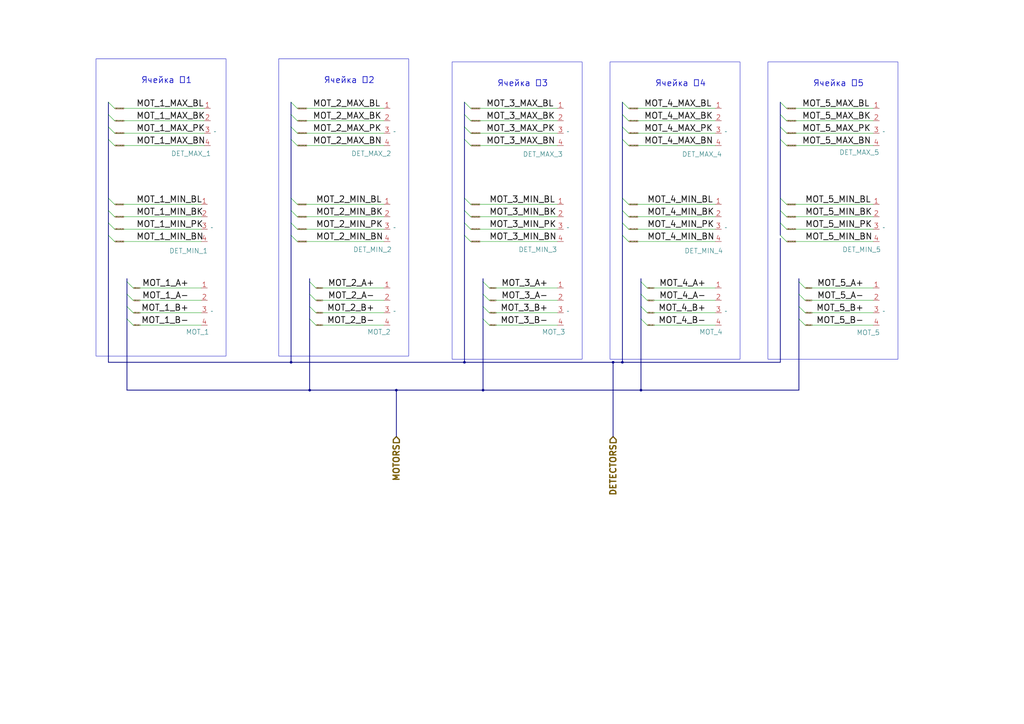
<source format=kicad_sch>
(kicad_sch (version 20250114) (generator "eeschema") (generator_version "9.0")
  (paper "A3")
  (lib_symbols
    (symbol "Connector:Conn_01x04_(wide)"
      (property "Reference" "J" (at 0 0 0))
      (symbol "Conn_01x04_(wide)_1_1"
        (pin input line (at -2.54 -5.08 0) (length 2.54) (name "") (number "1"))
        (pin input line (at -2.54 -10.16 0) (length 2.54) (name "") (number "2"))
        (pin input line (at -2.54 -15.24 0) (length 2.54) (name "") (number "3"))
        (pin input line (at -2.54 -20.32 0) (length 2.54) (name "") (number "4"))
      )
    )
  )
  (rectangle (start 114.3 24.13) (end 167.64 146.05))
  (rectangle (start 250.19 25.4) (end 303.53 147.32))
  (rectangle (start 185.42 25.4) (end 238.76 147.32))
  (rectangle (start 39.37 24.13) (end 92.71 146.05))
  (rectangle (start 314.96 25.4) (end 368.3 147.32))
  (text "Ячейка №5" (at 343.916 34.29 0) (effects (font (size 2.5 2.5) (thickness 0.254) (bold yes))))
  (text "Ячейка №3" (at 214.376 34.29 0) (effects (font (size 2.5 2.5) (thickness 0.254) (bold yes))))
  (text "Ячейка №2" (at 143.256 33.02 0) (effects (font (size 2.5 2.5) (thickness 0.254) (bold yes))))
  (text "Ячейка №4" (at 279.146 34.29 0) (effects (font (size 2.5 2.5) (thickness 0.254) (bold yes))))
  (text "Ячейка №1" (at 68.326 33.02 0) (effects (font (size 2.5 2.5) (thickness 0.254) (bold yes))))
  (junction (at 190.5 148.59))
  (junction (at 262.89 160.02))
  (junction (at 251.46 148.59))
  (junction (at 119.38 148.59))
  (junction (at 198.12 160.02))
  (junction (at 127 160.02))
  (junction (at 255.27 148.59))
  (junction (at 162.56 160.02))
  (bus_entry (at 262.89 125.73) (size 2.54 2.54))
  (bus_entry (at 44.45 57.15) (size 2.54 2.54))
  (bus_entry (at 52.07 115.57) (size 2.54 2.54))
  (bus_entry (at 198.12 120.65) (size 2.54 2.54))
  (bus_entry (at 127 130.81) (size 2.54 2.54))
  (bus_entry (at 262.89 120.65) (size 2.54 2.54))
  (bus_entry (at 119.38 57.15) (size 2.54 2.54))
  (bus_entry (at 190.5 81.28) (size 2.54 2.54))
  (bus_entry (at 320.04 96.52) (size 2.54 2.54))
  (bus_entry (at 190.5 91.44) (size 2.54 2.54))
  (bus_entry (at 119.38 52.07) (size 2.54 2.54))
  (bus_entry (at 255.27 52.07) (size 2.54 2.54))
  (bus_entry (at 255.27 96.52) (size 2.54 2.54))
  (bus_entry (at 320.04 86.36) (size 2.54 2.54))
  (bus_entry (at 198.12 130.81) (size 2.54 2.54))
  (bus_entry (at 320.04 57.15) (size 2.54 2.54))
  (bus_entry (at 190.5 52.07) (size 2.54 2.54))
  (bus_entry (at 119.38 41.91) (size 2.54 2.54))
  (bus_entry (at 44.45 86.36) (size 2.54 2.54))
  (bus_entry (at 327.66 115.57) (size 2.54 2.54))
  (bus_entry (at 327.66 125.73) (size 2.54 2.54))
  (bus_entry (at 127 120.65) (size 2.54 2.54))
  (bus_entry (at 119.38 91.44) (size 2.54 2.54))
  (bus_entry (at 127 115.57) (size 2.54 2.54))
  (bus_entry (at 44.45 41.91) (size 2.54 2.54))
  (bus_entry (at 119.38 96.52) (size 2.54 2.54))
  (bus_entry (at 255.27 41.91) (size 2.54 2.54))
  (bus_entry (at 255.27 81.28) (size 2.54 2.54))
  (bus_entry (at 44.45 46.99) (size 2.54 2.54))
  (bus_entry (at 44.45 81.28) (size 2.54 2.54))
  (bus_entry (at 255.27 57.15) (size 2.54 2.54))
  (bus_entry (at 327.66 120.65) (size 2.54 2.54))
  (bus_entry (at 327.66 130.81) (size 2.54 2.54))
  (bus_entry (at 320.04 46.99) (size 2.54 2.54))
  (bus_entry (at 190.5 96.52) (size 2.54 2.54))
  (bus_entry (at 52.07 125.73) (size 2.54 2.54))
  (bus_entry (at 255.27 91.44) (size 2.54 2.54))
  (bus_entry (at 255.27 86.36) (size 2.54 2.54))
  (bus_entry (at 320.04 91.44) (size 2.54 2.54))
  (bus_entry (at 262.89 130.81) (size 2.54 2.54))
  (bus_entry (at 119.38 46.99) (size 2.54 2.54))
  (bus_entry (at 198.12 115.57) (size 2.54 2.54))
  (bus_entry (at 190.5 46.99) (size 2.54 2.54))
  (bus_entry (at 190.5 41.91) (size 2.54 2.54))
  (bus_entry (at 44.45 91.44) (size 2.54 2.54))
  (bus_entry (at 320.04 81.28) (size 2.54 2.54))
  (bus_entry (at 320.04 52.07) (size 2.54 2.54))
  (bus_entry (at 52.07 120.65) (size 2.54 2.54))
  (bus_entry (at 255.27 46.99) (size 2.54 2.54))
  (bus_entry (at 262.89 115.57) (size 2.54 2.54))
  (bus_entry (at 320.04 41.91) (size 2.54 2.54))
  (bus_entry (at 190.5 86.36) (size 2.54 2.54))
  (bus_entry (at 127 125.73) (size 2.54 2.54))
  (bus_entry (at 198.12 125.73) (size 2.54 2.54))
  (bus_entry (at 190.5 57.15) (size 2.54 2.54))
  (bus_entry (at 119.38 86.36) (size 2.54 2.54))
  (bus_entry (at 44.45 96.52) (size 2.54 2.54))
  (bus_entry (at 44.45 52.07) (size 2.54 2.54))
  (bus_entry (at 119.38 81.28) (size 2.54 2.54))
  (bus_entry (at 52.07 130.81) (size 2.54 2.54))
  (wire (pts (xy 121.92 99.06) (xy 157.48 99.06)))
  (bus (pts (xy 44.45 57.15) (xy 44.45 81.28)))
  (wire (pts (xy 46.99 99.06) (xy 82.55 99.06)))
  (wire (pts (xy 330.2 128.27) (xy 358.14 128.27)))
  (wire (pts (xy 322.58 83.82) (xy 358.14 83.82)))
  (wire (pts (xy 121.92 44.45) (xy 157.48 44.45)))
  (bus (pts (xy 190.5 86.36) (xy 190.5 91.44)))
  (bus (pts (xy 52.07 120.65) (xy 52.07 125.73)))
  (bus (pts (xy 119.38 86.36) (xy 119.38 91.44)))
  (bus (pts (xy 44.45 148.59) (xy 119.38 148.59)))
  (wire (pts (xy 257.81 88.9) (xy 293.37 88.9)))
  (bus (pts (xy 119.38 46.99) (xy 119.38 52.07)))
  (bus (pts (xy 255.27 52.07) (xy 255.27 57.15)))
  (bus (pts (xy 127 130.81) (xy 127 160.02)))
  (wire (pts (xy 129.54 123.19) (xy 157.48 123.19)))
  (bus (pts (xy 127 120.65) (xy 127 125.73)))
  (wire (pts (xy 265.43 118.11) (xy 293.37 118.11)))
  (bus (pts (xy 262.89 160.02) (xy 198.12 160.02)))
  (wire (pts (xy 257.81 44.45) (xy 293.37 44.45)))
  (bus (pts (xy 327.66 115.57) (xy 327.66 120.65)))
  (bus (pts (xy 44.45 46.99) (xy 44.45 52.07)))
  (wire (pts (xy 322.58 44.45) (xy 358.14 44.45)))
  (bus (pts (xy 327.66 114.3) (xy 327.66 115.57)))
  (bus (pts (xy 320.04 86.36) (xy 320.04 91.44)))
  (wire (pts (xy 322.58 93.98) (xy 358.14 93.98)))
  (bus (pts (xy 198.12 160.02) (xy 162.56 160.02)))
  (bus (pts (xy 119.38 148.59) (xy 190.5 148.59)))
  (wire (pts (xy 54.61 133.35) (xy 82.55 133.35)))
  (wire (pts (xy 330.2 118.11) (xy 358.14 118.11)))
  (bus (pts (xy 255.27 41.91) (xy 255.27 46.99)))
  (wire (pts (xy 322.58 88.9) (xy 358.14 88.9)))
  (wire (pts (xy 121.92 83.82) (xy 157.48 83.82)))
  (wire (pts (xy 322.58 99.06) (xy 358.14 99.06)))
  (bus (pts (xy 119.38 57.15) (xy 119.38 81.28)))
  (bus (pts (xy 190.5 148.59) (xy 251.46 148.59)))
  (bus (pts (xy 127 114.3) (xy 127 115.57)))
  (bus (pts (xy 190.5 91.44) (xy 190.5 96.52)))
  (bus (pts (xy 44.45 41.91) (xy 44.45 46.99)))
  (bus (pts (xy 119.38 81.28) (xy 119.38 86.36)))
  (bus (pts (xy 255.27 91.44) (xy 255.27 96.52)))
  (bus (pts (xy 198.12 115.57) (xy 198.12 120.65)))
  (wire (pts (xy 200.66 123.19) (xy 228.6 123.19)))
  (wire (pts (xy 54.61 123.19) (xy 82.55 123.19)))
  (bus (pts (xy 190.5 46.99) (xy 190.5 52.07)))
  (bus (pts (xy 255.27 81.28) (xy 255.27 86.36)))
  (wire (pts (xy 200.66 128.27) (xy 228.6 128.27)))
  (bus (pts (xy 255.27 86.36) (xy 255.27 91.44)))
  (bus (pts (xy 119.38 52.07) (xy 119.38 57.15)))
  (wire (pts (xy 46.99 93.98) (xy 82.55 93.98)))
  (wire (pts (xy 46.99 49.53) (xy 83.82 49.53)))
  (bus (pts (xy 44.45 86.36) (xy 44.45 91.44)))
  (bus (pts (xy 262.89 125.73) (xy 262.89 130.81)))
  (wire (pts (xy 322.58 54.61) (xy 358.14 54.61)))
  (wire (pts (xy 257.81 49.53) (xy 293.37 49.53)))
  (wire (pts (xy 330.2 133.35) (xy 358.14 133.35)))
  (wire (pts (xy 121.92 54.61) (xy 157.48 54.61)))
  (bus (pts (xy 198.12 125.73) (xy 198.12 130.81)))
  (bus (pts (xy 262.89 120.65) (xy 262.89 125.73)))
  (wire (pts (xy 46.99 59.69) (xy 83.82 59.69)))
  (bus (pts (xy 327.66 120.65) (xy 327.66 125.73)))
  (wire (pts (xy 129.54 133.35) (xy 157.48 133.35)))
  (wire (pts (xy 54.61 118.11) (xy 82.55 118.11)))
  (bus (pts (xy 127 125.73) (xy 127 130.81)))
  (bus (pts (xy 190.5 57.15) (xy 190.5 81.28)))
  (bus (pts (xy 320.04 52.07) (xy 320.04 57.15)))
  (wire (pts (xy 121.92 93.98) (xy 157.48 93.98)))
  (bus (pts (xy 262.89 114.3) (xy 262.89 115.57)))
  (bus (pts (xy 52.07 114.3) (xy 52.07 115.57)))
  (bus (pts (xy 198.12 130.81) (xy 198.12 160.02)))
  (wire (pts (xy 121.92 59.69) (xy 157.48 59.69)))
  (wire (pts (xy 200.66 118.11) (xy 228.6 118.11)))
  (bus (pts (xy 327.66 160.02) (xy 262.89 160.02)))
  (bus (pts (xy 119.38 41.91) (xy 119.38 46.99)))
  (wire (pts (xy 257.81 83.82) (xy 293.37 83.82)))
  (wire (pts (xy 193.04 83.82) (xy 228.6 83.82)))
  (wire (pts (xy 265.43 123.19) (xy 293.37 123.19)))
  (wire (pts (xy 193.04 49.53) (xy 228.6 49.53)))
  (wire (pts (xy 193.04 93.98) (xy 228.6 93.98)))
  (wire (pts (xy 46.99 88.9) (xy 82.55 88.9)))
  (wire (pts (xy 46.99 44.45) (xy 83.82 44.45)))
  (wire (pts (xy 193.04 44.45) (xy 228.6 44.45)))
  (bus (pts (xy 44.45 96.52) (xy 44.45 148.59)))
  (wire (pts (xy 200.66 133.35) (xy 228.6 133.35)))
  (bus (pts (xy 44.45 52.07) (xy 44.45 57.15)))
  (wire (pts (xy 193.04 54.61) (xy 228.6 54.61)))
  (wire (pts (xy 265.43 128.27) (xy 293.37 128.27)))
  (bus (pts (xy 320.04 97.79) (xy 320.04 148.59)))
  (bus (pts (xy 251.46 148.59) (xy 255.27 148.59)))
  (bus (pts (xy 255.27 57.15) (xy 255.27 81.28)))
  (bus (pts (xy 262.89 115.57) (xy 262.89 120.65)))
  (wire (pts (xy 257.81 54.61) (xy 293.37 54.61)))
  (wire (pts (xy 322.58 59.69) (xy 358.14 59.69)))
  (bus (pts (xy 198.12 120.65) (xy 198.12 125.73)))
  (bus (pts (xy 320.04 81.28) (xy 320.04 86.36)))
  (wire (pts (xy 257.81 93.98) (xy 293.37 93.98)))
  (bus (pts (xy 327.66 125.73) (xy 327.66 130.81)))
  (bus (pts (xy 190.5 81.28) (xy 190.5 86.36)))
  (wire (pts (xy 193.04 99.06) (xy 228.6 99.06)))
  (bus (pts (xy 320.04 148.59) (xy 255.27 148.59)))
  (bus (pts (xy 262.89 130.81) (xy 262.89 160.02)))
  (wire (pts (xy 193.04 59.69) (xy 228.6 59.69)))
  (bus (pts (xy 320.04 57.15) (xy 320.04 81.28)))
  (bus (pts (xy 52.07 125.73) (xy 52.07 130.81)))
  (wire (pts (xy 257.81 99.06) (xy 293.37 99.06)))
  (wire (pts (xy 330.2 123.19) (xy 358.14 123.19)))
  (wire (pts (xy 129.54 118.11) (xy 157.48 118.11)))
  (wire (pts (xy 193.04 88.9) (xy 228.6 88.9)))
  (wire (pts (xy 121.92 49.53) (xy 157.48 49.53)))
  (bus (pts (xy 255.27 148.59) (xy 255.27 96.52)))
  (bus (pts (xy 320.04 46.99) (xy 320.04 52.07)))
  (bus (pts (xy 119.38 91.44) (xy 119.38 96.52)))
  (wire (pts (xy 46.99 54.61) (xy 83.82 54.61)))
  (bus (pts (xy 320.04 91.44) (xy 320.04 96.52)))
  (bus (pts (xy 127 160.02) (xy 52.07 160.02)))
  (wire (pts (xy 46.99 83.82) (xy 82.55 83.82)))
  (bus (pts (xy 198.12 114.3) (xy 198.12 115.57)))
  (bus (pts (xy 119.38 96.52) (xy 119.38 148.59)))
  (bus (pts (xy 255.27 46.99) (xy 255.27 52.07)))
  (wire (pts (xy 265.43 133.35) (xy 293.37 133.35)))
  (bus (pts (xy 44.45 81.28) (xy 44.45 86.36)))
  (bus (pts (xy 327.66 130.81) (xy 327.66 160.02)))
  (bus (pts (xy 251.46 148.59) (xy 251.46 179.07)))
  (bus (pts (xy 162.56 160.02) (xy 127 160.02)))
  (wire (pts (xy 129.54 128.27) (xy 157.48 128.27)))
  (bus (pts (xy 162.56 160.02) (xy 162.56 179.07)))
  (wire (pts (xy 54.61 128.27) (xy 82.55 128.27)))
  (bus (pts (xy 190.5 41.91) (xy 190.5 46.99)))
  (wire (pts (xy 121.92 88.9) (xy 157.48 88.9)))
  (bus (pts (xy 44.45 91.44) (xy 44.45 96.52)))
  (bus (pts (xy 52.07 115.57) (xy 52.07 120.65)))
  (wire (pts (xy 257.81 59.69) (xy 293.37 59.69)))
  (bus (pts (xy 190.5 52.07) (xy 190.5 57.15)))
  (bus (pts (xy 52.07 160.02) (xy 52.07 130.81)))
  (bus (pts (xy 190.5 96.52) (xy 190.5 148.59)))
  (bus (pts (xy 127 115.57) (xy 127 120.65)))
  (wire (pts (xy 322.58 49.53) (xy 358.14 49.53)))
  (bus (pts (xy 320.04 41.91) (xy 320.04 46.99)))
  (label "MOT_1_B-" (at 77.47 133.35 180) (effects (font (size 2.5 2.5) (thickness 0.3125))))
  (label "MOT_2_MIN_BK" (at 129.54 88.9 0) (effects (font (size 2.5 2.5) (thickness 0.3125))))
  (label "MOT_4_MAX_BK" (at 264.16 49.53 0) (effects (font (size 2.5 2.5) (thickness 0.3125))))
  (label "MOT_3_MIN_BL" (at 200.66 83.82 0) (effects (font (size 2.5 2.5) (thickness 0.3125))))
  (label "MOT_3_MAX_BK" (at 199.39 49.53 0) (effects (font (size 2.5 2.5) (thickness 0.3125))))
  (label "MOT_4_MAX_BL" (at 264.16 44.45 0) (effects (font (size 2.5 2.5) (thickness 0.3125))))
  (label "MOT_5_MIN_PK" (at 330.2 93.98 0) (effects (font (size 2.5 2.5) (thickness 0.3125))))
  (label "MOT_2_MAX_BL" (at 128.27 44.45 0) (effects (font (size 2.5 2.5) (thickness 0.3125))))
  (label "MOT_1_MAX_PK" (at 55.88 54.61 0) (effects (font (size 2.5 2.5) (thickness 0.3125))))
  (label "MOT_1_B+" (at 77.47 128.27 180) (effects (font (size 2.5 2.5) (thickness 0.3125))))
  (label "MOT_4_B-" (at 289.56 133.35 180) (effects (font (size 2.5 2.5) (thickness 0.3125))))
  (label "MOT_2_B-" (at 153.67 133.35 180) (effects (font (size 2.5 2.5) (thickness 0.3125))))
  (label "MOT_1_A+" (at 77.47 118.11 180) (effects (font (size 2.5 2.5) (thickness 0.3125))))
  (label "MOT_4_MAX_PK" (at 264.16 54.61 0) (effects (font (size 2.5 2.5) (thickness 0.3125))))
  (label "MOT_4_MIN_BL" (at 265.43 83.82 0) (effects (font (size 2.5 2.5) (thickness 0.3125))))
  (label "MOT_2_MAX_BK" (at 128.27 49.53 0) (effects (font (size 2.5 2.5) (thickness 0.3125))))
  (label "MOT_2_MAX_PK" (at 128.27 54.61 0) (effects (font (size 2.5 2.5) (thickness 0.3125))))
  (label "MOT_4_MIN_BK" (at 265.43 88.9 0) (effects (font (size 2.5 2.5) (thickness 0.3125))))
  (label "MOT_3_A+" (at 224.79 118.11 180) (effects (font (size 2.5 2.5) (thickness 0.3125))))
  (label "MOT_1_MIN_PK" (at 55.88 93.98 0) (effects (font (size 2.5 2.5) (thickness 0.3125))))
  (label "MOT_1_MIN_BL" (at 55.88 83.82 0) (effects (font (size 2.5 2.5) (thickness 0.3125))))
  (label "MOT_2_MIN_BN" (at 129.54 99.06 0) (effects (font (size 2.5 2.5) (thickness 0.3125))))
  (label "MOT_5_MAX_PK" (at 328.93 54.61 0) (effects (font (size 2.5 2.5) (thickness 0.3125))))
  (label "MOT_3_MIN_PK" (at 200.66 93.98 0) (effects (font (size 2.5 2.5) (thickness 0.3125))))
  (label "MOT_2_B+" (at 153.67 128.27 180) (effects (font (size 2.5 2.5) (thickness 0.3125))))
  (label "MOT_3_B+" (at 224.79 128.27 180) (effects (font (size 2.5 2.5) (thickness 0.3125))))
  (label "MOT_3_MAX_BL" (at 199.39 44.45 0) (effects (font (size 2.5 2.5) (thickness 0.3125))))
  (label "MOT_5_A+" (at 354.33 118.11 180) (effects (font (size 2.5 2.5) (thickness 0.3125))))
  (label "MOT_3_MAX_PK" (at 199.39 54.61 0) (effects (font (size 2.5 2.5) (thickness 0.3125))))
  (label "MOT_5_A-" (at 354.33 123.19 180) (effects (font (size 2.5 2.5) (thickness 0.3125))))
  (label "MOT_3_MIN_BK" (at 200.66 88.9 0) (effects (font (size 2.5 2.5) (thickness 0.3125))))
  (label "MOT_1_MAX_BL" (at 55.88 44.45 0) (effects (font (size 2.5 2.5) (thickness 0.3125))))
  (label "MOT_4_B+" (at 289.56 128.27 180) (effects (font (size 2.5 2.5) (thickness 0.3125))))
  (label "MOT_5_MAX_BL" (at 328.93 44.45 0) (effects (font (size 2.5 2.5) (thickness 0.3125))))
  (label "MOT_1_MIN_BN" (at 55.88 99.06 0) (effects (font (size 2.5 2.5) (thickness 0.3125))))
  (label "MOT_5_MIN_BN" (at 330.2 99.06 0) (effects (font (size 2.5 2.5) (thickness 0.3125))))
  (label "MOT_1_MIN_BK" (at 55.88 88.9 0) (effects (font (size 2.5 2.5) (thickness 0.3125))))
  (label "MOT_3_B-" (at 224.79 133.35 180) (effects (font (size 2.5 2.5) (thickness 0.3125))))
  (label "MOT_2_MIN_PK" (at 129.54 93.98 0) (effects (font (size 2.5 2.5) (thickness 0.3125))))
  (label "MOT_5_B+" (at 354.33 128.27 180) (effects (font (size 2.5 2.5) (thickness 0.3125))))
  (label "MOT_2_A+" (at 153.67 118.11 180) (effects (font (size 2.5 2.5) (thickness 0.3125))))
  (label "MOT_5_MAX_BN" (at 328.93 59.69 0) (effects (font (size 2.5 2.5) (thickness 0.3125))))
  (label "MOT_5_MIN_BL" (at 330.2 83.82 0) (effects (font (size 2.5 2.5) (thickness 0.3125))))
  (label "MOT_3_MAX_BN" (at 199.39 59.69 0) (effects (font (size 2.5 2.5) (thickness 0.3125))))
  (label "MOT_2_MAX_BN" (at 128.27 59.69 0) (effects (font (size 2.5 2.5) (thickness 0.3125))))
  (label "MOT_2_MIN_BL" (at 129.54 83.82 0) (effects (font (size 2.5 2.5) (thickness 0.3125))))
  (label "MOT_4_MIN_BN" (at 265.43 99.06 0) (effects (font (size 2.5 2.5) (thickness 0.3125))))
  (label "MOT_5_MIN_BK" (at 330.2 88.9 0) (effects (font (size 2.5 2.5) (thickness 0.3125))))
  (label "MOT_3_MIN_BN" (at 200.66 99.06 0) (effects (font (size 2.5 2.5) (thickness 0.3125))))
  (label "MOT_4_MIN_PK" (at 265.43 93.98 0) (effects (font (size 2.5 2.5) (thickness 0.3125))))
  (label "MOT_2_A-" (at 153.67 123.19 180) (effects (font (size 2.5 2.5) (thickness 0.3125))))
  (label "MOT_4_MAX_BN" (at 264.16 59.69 0) (effects (font (size 2.5 2.5) (thickness 0.3125))))
  (label "MOT_1_A-" (at 77.47 123.19 180) (effects (font (size 2.5 2.5) (thickness 0.3125))))
  (label "MOT_1_MAX_BN" (at 55.88 59.69 0) (effects (font (size 2.5 2.5) (thickness 0.3125))))
  (label "MOT_5_B-" (at 354.33 133.35 180) (effects (font (size 2.5 2.5) (thickness 0.3125))))
  (label "MOT_1_MAX_BK" (at 55.88 49.53 0) (effects (font (size 2.5 2.5) (thickness 0.3125))))
  (label "MOT_4_A+" (at 289.56 118.11 180) (effects (font (size 2.5 2.5) (thickness 0.3125))))
  (label "MOT_3_A-" (at 224.79 123.19 180) (effects (font (size 2.5 2.5) (thickness 0.3125))))
  (label "MOT_5_MAX_BK" (at 328.93 49.53 0) (effects (font (size 2.5 2.5) (thickness 0.3125))))
  (label "MOT_4_A-" (at 289.56 123.19 180) (effects (font (size 2.5 2.5) (thickness 0.3125))))
  (global_label "MOT_5_MAX_BN" (shape input) (at 322.58 59.69 0) (effects (font (size 0.3 0.3))) (property "Intersheetrefs" "${INTERSHEET_REFS}" (effects (hide yes))))
  (global_label "MOT_3_B-" (shape input) (at 200.66 133.35 0) (effects (font (size 0.3 0.3))) (property "Intersheetrefs" "${INTERSHEET_REFS}" (effects (hide yes))))
  (global_label "MOT_2_B-" (shape input) (at 129.54 133.35 0) (effects (font (size 0.3 0.3))) (property "Intersheetrefs" "${INTERSHEET_REFS}" (effects (hide yes))))
  (global_label "MOT_4_MIN_BN" (shape input) (at 257.81 99.06 0) (effects (font (size 0.3 0.3))) (property "Intersheetrefs" "${INTERSHEET_REFS}" (effects (hide yes))))
  (global_label "MOT_1_MIN_BK" (shape input) (at 46.99 88.9 0) (effects (font (size 0.3 0.3))) (property "Intersheetrefs" "${INTERSHEET_REFS}" (effects (hide yes))))
  (global_label "MOT_3_A-" (shape input) (at 200.66 123.19 0) (effects (font (size 0.3 0.3))) (property "Intersheetrefs" "${INTERSHEET_REFS}" (effects (hide yes))))
  (global_label "MOT_5_B+" (shape input) (at 330.2 128.27 0) (effects (font (size 0.3 0.3))) (property "Intersheetrefs" "${INTERSHEET_REFS}" (effects (hide yes))))
  (global_label "MOT_2_MAX_BL" (shape input) (at 121.92 44.45 0) (effects (font (size 0.3 0.3))) (property "Intersheetrefs" "${INTERSHEET_REFS}" (effects (hide yes))))
  (global_label "MOT_3_MIN_BK" (shape input) (at 193.04 88.9 0) (effects (font (size 0.3 0.3))) (property "Intersheetrefs" "${INTERSHEET_REFS}" (effects (hide yes))))
  (global_label "MOT_1_MIN_BL" (shape input) (at 46.99 83.82 0) (effects (font (size 0.3 0.3))) (property "Intersheetrefs" "${INTERSHEET_REFS}" (effects (hide yes))))
  (global_label "MOT_3_MAX_PK" (shape input) (at 193.04 54.61 0) (effects (font (size 0.3 0.3))) (property "Intersheetrefs" "${INTERSHEET_REFS}" (effects (hide yes))))
  (global_label "MOT_2_MIN_BL" (shape input) (at 121.92 83.82 0) (effects (font (size 0.3 0.3))) (property "Intersheetrefs" "${INTERSHEET_REFS}" (effects (hide yes))))
  (global_label "MOT_1_MAX_BL" (shape input) (at 46.99 44.45 0) (effects (font (size 0.3 0.3))) (property "Intersheetrefs" "${INTERSHEET_REFS}" (effects (hide yes))))
  (global_label "MOT_3_MIN_BN" (shape input) (at 193.04 99.06 0) (effects (font (size 0.3 0.3))) (property "Intersheetrefs" "${INTERSHEET_REFS}" (effects (hide yes))))
  (global_label "MOT_4_B-" (shape input) (at 265.43 133.35 0) (effects (font (size 0.3 0.3))) (property "Intersheetrefs" "${INTERSHEET_REFS}" (effects (hide yes))))
  (global_label "MOT_4_B+" (shape input) (at 265.43 128.27 0) (effects (font (size 0.3 0.3))) (property "Intersheetrefs" "${INTERSHEET_REFS}" (effects (hide yes))))
  (global_label "MOT_1_MAX_BN" (shape input) (at 46.99 59.69 0) (effects (font (size 0.3 0.3))) (property "Intersheetrefs" "${INTERSHEET_REFS}" (effects (hide yes))))
  (global_label "MOT_1_MAX_BK" (shape input) (at 46.99 49.53 0) (effects (font (size 0.3 0.3))) (property "Intersheetrefs" "${INTERSHEET_REFS}" (effects (hide yes))))
  (global_label "MOT_5_A-" (shape input) (at 330.2 123.19 0) (effects (font (size 0.3 0.3))) (property "Intersheetrefs" "${INTERSHEET_REFS}" (effects (hide yes))))
  (global_label "MOT_2_MAX_PK" (shape input) (at 121.92 54.61 0) (effects (font (size 0.3 0.3))) (property "Intersheetrefs" "${INTERSHEET_REFS}" (effects (hide yes))))
  (global_label "MOT_5_MIN_PK" (shape input) (at 322.58 93.98 0) (effects (font (size 0.3 0.3))) (property "Intersheetrefs" "${INTERSHEET_REFS}" (effects (hide yes))))
  (global_label "MOT_2_A+" (shape input) (at 129.54 118.11 0) (effects (font (size 0.3 0.3))) (property "Intersheetrefs" "${INTERSHEET_REFS}" (effects (hide yes))))
  (global_label "MOT_5_A+" (shape input) (at 330.2 118.11 0) (effects (font (size 0.3 0.3))) (property "Intersheetrefs" "${INTERSHEET_REFS}" (effects (hide yes))))
  (global_label "MOT_2_MIN_BN" (shape input) (at 121.92 99.06 0) (effects (font (size 0.3 0.3))) (property "Intersheetrefs" "${INTERSHEET_REFS}" (effects (hide yes))))
  (global_label "MOT_4_MAX_BK" (shape input) (at 257.81 49.53 0) (effects (font (size 0.3 0.3))) (property "Intersheetrefs" "${INTERSHEET_REFS}" (effects (hide yes))))
  (global_label "MOT_1_MIN_PK" (shape input) (at 46.99 93.98 0) (effects (font (size 0.3 0.3))) (property "Intersheetrefs" "${INTERSHEET_REFS}" (effects (hide yes))))
  (global_label "MOT_1_A+" (shape input) (at 54.61 118.11 0) (effects (font (size 0.3 0.3))) (property "Intersheetrefs" "${INTERSHEET_REFS}" (effects (hide yes))))
  (global_label "MOT_1_MAX_PK" (shape input) (at 46.99 54.61 0) (effects (font (size 0.3 0.3))) (property "Intersheetrefs" "${INTERSHEET_REFS}" (effects (hide yes))))
  (global_label "MOT_2_MAX_BK" (shape input) (at 121.92 49.53 0) (effects (font (size 0.3 0.3))) (property "Intersheetrefs" "${INTERSHEET_REFS}" (effects (hide yes))))
  (global_label "MOT_2_MIN_BK" (shape input) (at 121.92 88.9 0) (effects (font (size 0.3 0.3))) (property "Intersheetrefs" "${INTERSHEET_REFS}" (effects (hide yes))))
  (global_label "MOT_3_MIN_PK" (shape input) (at 193.04 93.98 0) (effects (font (size 0.3 0.3))) (property "Intersheetrefs" "${INTERSHEET_REFS}" (effects (hide yes))))
  (global_label "MOT_5_MIN_BL" (shape input) (at 322.58 83.82 0) (effects (font (size 0.3 0.3))) (property "Intersheetrefs" "${INTERSHEET_REFS}" (effects (hide yes))))
  (global_label "MOT_4_MAX_BL" (shape input) (at 257.81 44.45 0) (effects (font (size 0.3 0.3))) (property "Intersheetrefs" "${INTERSHEET_REFS}" (effects (hide yes))))
  (global_label "MOT_2_MAX_BN" (shape input) (at 121.92 59.69 0) (effects (font (size 0.3 0.3))) (property "Intersheetrefs" "${INTERSHEET_REFS}" (effects (hide yes))))
  (global_label "MOT_4_MIN_BK" (shape input) (at 257.81 88.9 0) (effects (font (size 0.3 0.3))) (property "Intersheetrefs" "${INTERSHEET_REFS}" (effects (hide yes))))
  (global_label "MOT_3_MAX_BN" (shape input) (at 193.04 59.69 0) (effects (font (size 0.3 0.3))) (property "Intersheetrefs" "${INTERSHEET_REFS}" (effects (hide yes))))
  (global_label "MOT_1_A-" (shape input) (at 54.61 123.19 0) (effects (font (size 0.3 0.3))) (property "Intersheetrefs" "${INTERSHEET_REFS}" (effects (hide yes))))
  (global_label "MOT_2_A-" (shape input) (at 129.54 123.19 0) (effects (font (size 0.3 0.3))) (property "Intersheetrefs" "${INTERSHEET_REFS}" (effects (hide yes))))
  (global_label "MOT_4_MIN_PK" (shape input) (at 257.81 93.98 0) (effects (font (size 0.3 0.3))) (property "Intersheetrefs" "${INTERSHEET_REFS}" (effects (hide yes))))
  (global_label "MOT_5_MAX_BK" (shape input) (at 322.58 49.53 0) (effects (font (size 0.3 0.3))) (property "Intersheetrefs" "${INTERSHEET_REFS}" (effects (hide yes))))
  (global_label "MOT_4_A-" (shape input) (at 265.43 123.19 0) (effects (font (size 0.3 0.3))) (property "Intersheetrefs" "${INTERSHEET_REFS}" (effects (hide yes))))
  (global_label "MOT_4_MAX_PK" (shape input) (at 257.81 54.61 0) (effects (font (size 0.3 0.3))) (property "Intersheetrefs" "${INTERSHEET_REFS}" (effects (hide yes))))
  (global_label "MOT_3_B+" (shape input) (at 200.66 128.27 0) (effects (font (size 0.3 0.3))) (property "Intersheetrefs" "${INTERSHEET_REFS}" (effects (hide yes))))
  (global_label "MOT_4_MAX_BN" (shape input) (at 257.81 59.69 0) (effects (font (size 0.3 0.3))) (property "Intersheetrefs" "${INTERSHEET_REFS}" (effects (hide yes))))
  (global_label "MOT_5_B-" (shape input) (at 330.2 133.35 0) (effects (font (size 0.3 0.3))) (property "Intersheetrefs" "${INTERSHEET_REFS}" (effects (hide yes))))
  (global_label "MOT_1_MIN_BN" (shape input) (at 46.99 99.06 0) (effects (font (size 0.3 0.3))) (property "Intersheetrefs" "${INTERSHEET_REFS}" (effects (hide yes))))
  (global_label "MOT_5_MIN_BK" (shape input) (at 322.58 88.9 0) (effects (font (size 0.3 0.3))) (property "Intersheetrefs" "${INTERSHEET_REFS}" (effects (hide yes))))
  (global_label "MOT_5_MAX_PK" (shape input) (at 322.58 54.61 0) (effects (font (size 0.3 0.3))) (property "Intersheetrefs" "${INTERSHEET_REFS}" (effects (hide yes))))
  (global_label "MOT_1_B-" (shape input) (at 54.61 133.35 0) (effects (font (size 0.3 0.3))) (property "Intersheetrefs" "${INTERSHEET_REFS}" (effects (hide yes))))
  (global_label "MOT_4_MIN_BL" (shape input) (at 257.81 83.82 0) (effects (font (size 0.3 0.3))) (property "Intersheetrefs" "${INTERSHEET_REFS}" (effects (hide yes))))
  (global_label "MOT_2_B+" (shape input) (at 129.54 128.27 0) (effects (font (size 0.3 0.3))) (property "Intersheetrefs" "${INTERSHEET_REFS}" (effects (hide yes))))
  (global_label "MOT_2_MIN_PK" (shape input) (at 121.92 93.98 0) (effects (font (size 0.3 0.3))) (property "Intersheetrefs" "${INTERSHEET_REFS}" (effects (hide yes))))
  (global_label "MOT_4_A+" (shape input) (at 265.43 118.11 0) (effects (font (size 0.3 0.3))) (property "Intersheetrefs" "${INTERSHEET_REFS}" (effects (hide yes))))
  (global_label "MOT_1_B+" (shape input) (at 54.61 128.27 0) (effects (font (size 0.3 0.3))) (property "Intersheetrefs" "${INTERSHEET_REFS}" (effects (hide yes))))
  (global_label "MOT_3_A+" (shape input) (at 200.66 118.11 0) (effects (font (size 0.3 0.3))) (property "Intersheetrefs" "${INTERSHEET_REFS}" (effects (hide yes))))
  (global_label "MOT_3_MIN_BL" (shape input) (at 193.04 83.82 0) (effects (font (size 0.3 0.3))) (property "Intersheetrefs" "${INTERSHEET_REFS}" (effects (hide yes))))
  (global_label "MOT_3_MAX_BL" (shape input) (at 193.04 44.45 0) (effects (font (size 0.3 0.3))) (property "Intersheetrefs" "${INTERSHEET_REFS}" (effects (hide yes))))
  (global_label "MOT_5_MAX_BL" (shape input) (at 322.58 44.45 0) (effects (font (size 0.3 0.3))) (property "Intersheetrefs" "${INTERSHEET_REFS}" (effects (hide yes))))
  (global_label "MOT_3_MAX_BK" (shape input) (at 193.04 49.53 0) (effects (font (size 0.3 0.3))) (property "Intersheetrefs" "${INTERSHEET_REFS}" (effects (hide yes))))
  (global_label "MOT_5_MIN_BN" (shape input) (at 322.58 99.06 0) (effects (font (size 0.3 0.3))) (property "Intersheetrefs" "${INTERSHEET_REFS}" (effects (hide yes))))
  (hierarchical_label "DETECTORS" (shape input) (at 251.46 179.07 270) (effects (font (size 2.5 2.5) (thickness 0.5) (bold yes))))
  (hierarchical_label "MOTORS" (shape input) (at 162.56 179.07 270) (effects (font (size 2.5 2.5) (thickness 0.5) (bold yes))))
  (symbol (lib_id "Connector:Conn_01x04_(wide)") (at 86.36 39.37 0) (unit 1)
    (property "Reference" "DET_MAX_1" (at 70.104 62.992 0) (effects (font (size 2 2)) (justify left)))
    (property "Value" "~" (at 87.63 53.975 0) (effects (justify left)))
  )
  (symbol (lib_id "Connector:Conn_01x04_(wide)") (at 231.14 78.74 0) (unit 1)
    (property "Reference" "DET_MIN_3" (at 212.598 102.362 0) (effects (font (size 2 2)) (justify left)))
    (property "Value" "~" (at 232.41 93.345 0) (effects (justify left)))
  )
  (symbol (lib_id "Connector:Conn_01x04_(wide)") (at 160.02 78.74 0) (unit 1)
    (property "Reference" "DET_MIN_2" (at 144.78 102.362 0) (effects (font (size 2 2)) (justify left)))
    (property "Value" "~" (at 161.29 93.345 0) (effects (justify left)))
  )
  (symbol (lib_id "Connector:Conn_01x04_(wide)") (at 360.68 39.37 0) (unit 1)
    (property "Reference" "DET_MAX_5" (at 344.17 62.484 0) (effects (font (size 2 2)) (justify left)))
    (property "Value" "~" (at 361.95 53.975 0) (effects (justify left)))
  )
  (symbol (lib_id "Connector:Conn_01x04_(wide)") (at 85.09 78.74 0) (unit 1)
    (property "Reference" "DET_MIN_1" (at 69.342 102.87 0) (effects (font (size 2 2)) (justify left)))
    (property "Value" "~" (at 86.36 93.345 0) (effects (justify left)))
  )
  (symbol (lib_id "Connector:Conn_01x04_(wide)") (at 160.02 113.03 0) (unit 1)
    (property "Reference" "MOT_2" (at 150.622 136.144 0) (effects (font (size 2 2)) (justify left)))
    (property "Value" "~" (at 161.29 127.635 0) (effects (justify left)))
  )
  (symbol (lib_id "Connector:Conn_01x04_(wide)") (at 360.68 78.74 0) (unit 1)
    (property "Reference" "DET_MIN_5" (at 345.44 102.362 0) (effects (font (size 2 2)) (justify left)))
    (property "Value" "~" (at 361.95 93.345 0) (effects (justify left)))
  )
  (symbol (lib_id "Connector:Conn_01x04_(wide)") (at 295.91 78.74 0) (unit 1)
    (property "Reference" "DET_MIN_4" (at 280.67 102.87 0) (effects (font (size 2 2)) (justify left)))
    (property "Value" "~" (at 297.18 93.345 0) (effects (justify left)))
  )
  (symbol (lib_id "Connector:Conn_01x04_(wide)") (at 295.91 113.03 0) (unit 1)
    (property "Reference" "MOT_4" (at 286.766 136.144 0) (effects (font (size 2 2)) (justify left)))
    (property "Value" "~" (at 297.18 127.635 0) (effects (justify left)))
  )
  (symbol (lib_id "Connector:Conn_01x04_(wide)") (at 160.02 39.37 0) (unit 1)
    (property "Reference" "DET_MAX_2" (at 144.018 62.992 0) (effects (font (size 2 2)) (justify left)))
    (property "Value" "~" (at 161.29 53.975 0) (effects (justify left)))
  )
  (symbol (lib_id "Connector:Conn_01x04_(wide)") (at 295.91 39.37 0) (unit 1)
    (property "Reference" "DET_MAX_4" (at 279.654 63.246 0) (effects (font (size 2 2)) (justify left)))
    (property "Value" "~" (at 297.18 53.975 0) (effects (justify left)))
  )
  (symbol (lib_id "Connector:Conn_01x04_(wide)") (at 231.14 39.37 0) (unit 1)
    (property "Reference" "DET_MAX_3" (at 214.376 63.246 0) (effects (font (size 2 2)) (justify left)))
    (property "Value" "~" (at 232.41 53.975 0) (effects (justify left)))
  )
  (symbol (lib_id "Connector:Conn_01x04_(wide)") (at 231.14 113.03 0) (unit 1)
    (property "Reference" "MOT_3" (at 222.25 136.144 0) (effects (font (size 2 2)) (justify left)))
    (property "Value" "~" (at 232.41 127.635 0) (effects (justify left)))
  )
  (symbol (lib_id "Connector:Conn_01x04_(wide)") (at 360.68 113.03 0) (unit 1)
    (property "Reference" "MOT_5" (at 351.282 136.398 0) (effects (font (size 2 2)) (justify left)))
    (property "Value" "~" (at 361.95 127.635 0) (effects (justify left)))
  )
  (symbol (lib_id "Connector:Conn_01x04_(wide)") (at 85.09 113.03 0) (unit 1)
    (property "Reference" "MOT_1" (at 76.2 136.144 0) (effects (font (size 2 2)) (justify left)))
    (property "Value" "~" (at 86.36 127.635 0) (effects (justify left)))
  )
)
</source>
